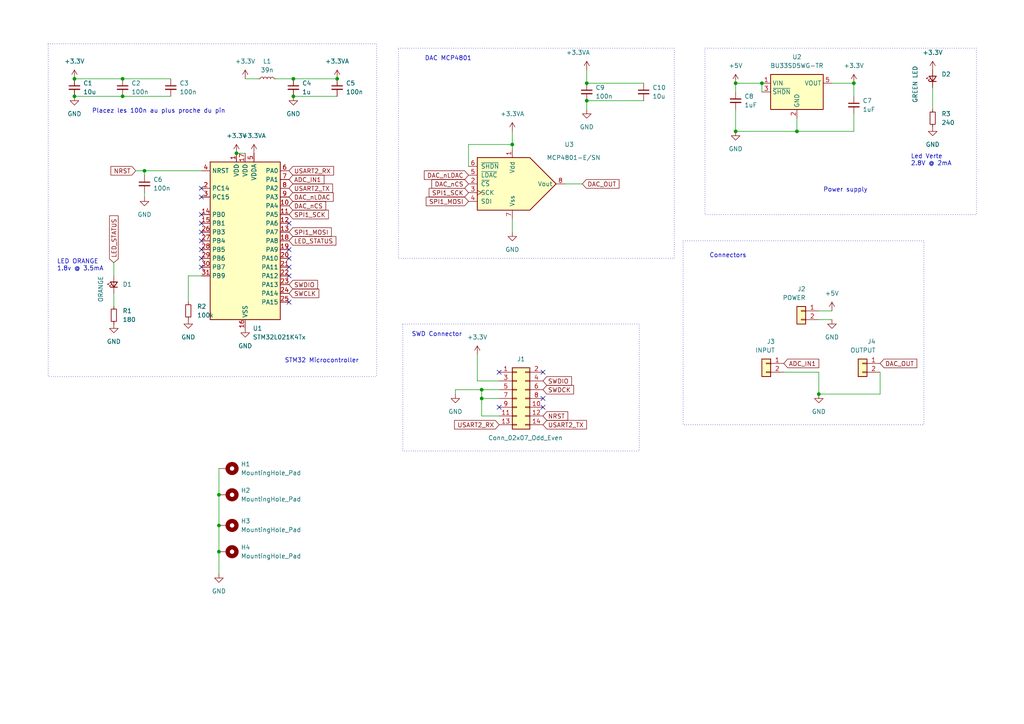
<source format=kicad_sch>
(kicad_sch (version 20230121) (generator eeschema)
  (paper "A4")
  (lib_symbols
    (symbol "Analog_DAC:MCP4801" (pin_names (offset 1.016))
      (property "Reference" "U" (at 1.27 10.795 0))
      (property "Value" "MCP4801" (at 1.27 8.89 0))
      (symbol "MCP4801_0_0"
        (polyline (pts (xy 12.7 0) (xy 5.08 7.62) (xy -10.16 7.62) (xy -10.16 -7.62) (xy 5.08 -7.62) (xy 12.7 0)) (stroke (width 0.254)) (fill (type background)))
      )
      (symbol "MCP4801_1_1"
        (pin power_in line (at 0 10.16 270) (length 2.54) (name "Vdd") (number "1"))
        (pin input line (at -12.7 0 0) (length 2.54) (name "~{CS}") (number "2"))
        (pin input clock (at -12.7 -2.54 0) (length 2.54) (name "SCK") (number "3"))
        (pin input line (at -12.7 -5.08 0) (length 2.54) (name "SDI") (number "4"))
        (pin input line (at -12.7 2.54 0) (length 2.54) (name "~{LDAC}") (number "5"))
        (pin input line (at -12.7 5.08 0) (length 2.54) (name "~{SHDN}") (number "6"))
        (pin power_in line (at 0 -10.16 90) (length 2.54) (name "Vss") (number "7"))
        (pin output line (at 15.24 0 180) (length 2.54) (name "Vout") (number "8"))
      )
    )
    (symbol "Connector_Generic:Conn_01x02" (pin_names (offset 1.016) hide)
      (property "Reference" "J" (at 0 2.54 0))
      (property "Value" "Conn_01x02" (at 0 -5.08 0))
      (symbol "Conn_01x02_1_1"
        (rectangle (start -1.27 -2.413) (end 0 -2.667) (stroke (width 0.1524)))
        (rectangle (start -1.27 0.127) (end 0 -0.127) (stroke (width 0.1524)))
        (rectangle (start -1.27 1.27) (end 1.27 -3.81) (stroke (width 0.254)) (fill (type background)))
        (pin passive line (at -5.08 0 0) (length 3.81) (name "Pin_1") (number "1"))
        (pin passive line (at -5.08 -2.54 0) (length 3.81) (name "Pin_2") (number "2"))
      )
    )
    (symbol "Connector_Generic:Conn_02x07_Odd_Even" (pin_names (offset 1.016) hide)
      (property "Reference" "J" (at 1.27 10.16 0))
      (property "Value" "Conn_02x07_Odd_Even" (at 1.27 -10.16 0))
      (symbol "Conn_02x07_Odd_Even_1_1"
        (rectangle (start -1.27 -7.493) (end 0 -7.747) (stroke (width 0.1524)))
        (rectangle (start -1.27 -4.953) (end 0 -5.207) (stroke (width 0.1524)))
        (rectangle (start -1.27 -2.413) (end 0 -2.667) (stroke (width 0.1524)))
        (rectangle (start -1.27 0.127) (end 0 -0.127) (stroke (width 0.1524)))
        (rectangle (start -1.27 2.667) (end 0 2.413) (stroke (width 0.1524)))
        (rectangle (start -1.27 5.207) (end 0 4.953) (stroke (width 0.1524)))
        (rectangle (start -1.27 7.747) (end 0 7.493) (stroke (width 0.1524)))
        (rectangle (start -1.27 8.89) (end 3.81 -8.89) (stroke (width 0.254)) (fill (type background)))
        (rectangle (start 3.81 -7.493) (end 2.54 -7.747) (stroke (width 0.1524)))
        (rectangle (start 3.81 -4.953) (end 2.54 -5.207) (stroke (width 0.1524)))
        (rectangle (start 3.81 -2.413) (end 2.54 -2.667) (stroke (width 0.1524)))
        (rectangle (start 3.81 0.127) (end 2.54 -0.127) (stroke (width 0.1524)))
        (rectangle (start 3.81 2.667) (end 2.54 2.413) (stroke (width 0.1524)))
        (rectangle (start 3.81 5.207) (end 2.54 4.953) (stroke (width 0.1524)))
        (rectangle (start 3.81 7.747) (end 2.54 7.493) (stroke (width 0.1524)))
        (pin passive line (at -5.08 7.62 0) (length 3.81) (name "Pin_1") (number "1"))
        (pin passive line (at 7.62 -2.54 180) (length 3.81) (name "Pin_10") (number "10"))
        (pin passive line (at -5.08 -5.08 0) (length 3.81) (name "Pin_11") (number "11"))
        (pin passive line (at 7.62 -5.08 180) (length 3.81) (name "Pin_12") (number "12"))
        (pin passive line (at -5.08 -7.62 0) (length 3.81) (name "Pin_13") (number "13"))
        (pin passive line (at 7.62 -7.62 180) (length 3.81) (name "Pin_14") (number "14"))
        (pin passive line (at 7.62 7.62 180) (length 3.81) (name "Pin_2") (number "2"))
        (pin passive line (at -5.08 5.08 0) (length 3.81) (name "Pin_3") (number "3"))
        (pin passive line (at 7.62 5.08 180) (length 3.81) (name "Pin_4") (number "4"))
        (pin passive line (at -5.08 2.54 0) (length 3.81) (name "Pin_5") (number "5"))
        (pin passive line (at 7.62 2.54 180) (length 3.81) (name "Pin_6") (number "6"))
        (pin passive line (at -5.08 0 0) (length 3.81) (name "Pin_7") (number "7"))
        (pin passive line (at 7.62 0 180) (length 3.81) (name "Pin_8") (number "8"))
        (pin passive line (at -5.08 -2.54 0) (length 3.81) (name "Pin_9") (number "9"))
      )
    )
    (symbol "Device:C_Small" (pin_numbers hide) (pin_names (offset 0.254) hide)
      (property "Reference" "C" (at 0.254 1.778 0))
      (property "Value" "C_Small" (at 0.254 -2.032 0))
      (symbol "C_Small_0_1"
        (polyline (pts (xy -1.524 -0.508) (xy 1.524 -0.508)) (stroke (width 0.3302)))
        (polyline (pts (xy -1.524 0.508) (xy 1.524 0.508)) (stroke (width 0.3048)))
      )
      (symbol "C_Small_1_1"
        (pin passive line (at 0 2.54 270) (length 2.032) (name "~") (number "1"))
        (pin passive line (at 0 -2.54 90) (length 2.032) (name "~") (number "2"))
      )
    )
    (symbol "Device:LED_Small" (pin_numbers hide) (pin_names (offset 0.254) hide)
      (property "Reference" "D" (at -1.27 3.175 0))
      (property "Value" "LED_Small" (at -4.445 -2.54 0))
      (symbol "LED_Small_0_1"
        (polyline (pts (xy -0.762 -1.016) (xy -0.762 1.016)) (stroke (width 0.254)))
        (polyline (pts (xy 1.016 0) (xy -0.762 0)))
        (polyline (pts (xy 0.762 -1.016) (xy -0.762 0) (xy 0.762 1.016) (xy 0.762 -1.016)) (stroke (width 0.254)))
        (polyline (pts (xy 0 0.762) (xy -0.508 1.27) (xy -0.254 1.27) (xy -0.508 1.27) (xy -0.508 1.016)))
        (polyline (pts (xy 0.508 1.27) (xy 0 1.778) (xy 0.254 1.778) (xy 0 1.778) (xy 0 1.524)))
      )
      (symbol "LED_Small_1_1"
        (pin passive line (at -2.54 0 0) (length 1.778) (name "K") (number "1"))
        (pin passive line (at 2.54 0 180) (length 1.778) (name "A") (number "2"))
      )
    )
    (symbol "Device:L_Small" (pin_numbers hide) (pin_names (offset 0.254) hide)
      (property "Reference" "L" (at 0.762 1.016 0))
      (property "Value" "L_Small" (at 0.762 -1.016 0))
      (symbol "L_Small_0_1"
        (arc (start 0 -2.032) (mid 0.5058 -1.524) (end 0 -1.016))
        (arc (start 0 -1.016) (mid 0.5058 -0.508) (end 0 0))
        (arc (start 0 0) (mid 0.5058 0.508) (end 0 1.016))
        (arc (start 0 1.016) (mid 0.5058 1.524) (end 0 2.032))
      )
      (symbol "L_Small_1_1"
        (pin passive line (at 0 2.54 270) (length 0.508) (name "~") (number "1"))
        (pin passive line (at 0 -2.54 90) (length 0.508) (name "~") (number "2"))
      )
    )
    (symbol "Device:R_Small" (pin_numbers hide) (pin_names (offset 0.254) hide)
      (property "Reference" "R" (at 0.762 0.508 0))
      (property "Value" "R_Small" (at 0.762 -1.016 0))
      (symbol "R_Small_0_1"
        (rectangle (start -0.762 1.778) (end 0.762 -1.778) (stroke (width 0.2032)))
      )
      (symbol "R_Small_1_1"
        (pin passive line (at 0 2.54 270) (length 0.762) (name "~") (number "1"))
        (pin passive line (at 0 -2.54 90) (length 0.762) (name "~") (number "2"))
      )
    )
    (symbol "MCU_ST_STM32L0:STM32L021K4Tx"
      (property "Reference" "U" (at -10.16 24.13 0))
      (property "Value" "STM32L021K4Tx" (at 5.08 24.13 0))
      (symbol "STM32L021K4Tx_0_1"
        (rectangle (start -10.16 -22.86) (end 10.16 22.86) (stroke (width 0.254)) (fill (type background)))
      )
      (symbol "STM32L021K4Tx_1_1"
        (pin power_in line (at -2.54 25.4 270) (length 2.54) (name "VDD") (number "1"))
        (pin bidirectional line (at 12.7 10.16 180) (length 2.54) (name "PA4") (number "10"))
        (pin bidirectional line (at 12.7 7.62 180) (length 2.54) (name "PA5") (number "11"))
        (pin bidirectional line (at 12.7 5.08 180) (length 2.54) (name "PA6") (number "12"))
        (pin bidirectional line (at 12.7 2.54 180) (length 2.54) (name "PA7") (number "13"))
        (pin bidirectional line (at -12.7 7.62 0) (length 2.54) (name "PB0") (number "14"))
        (pin bidirectional line (at -12.7 5.08 0) (length 2.54) (name "PB1") (number "15"))
        (pin power_in line (at 0 -25.4 90) (length 2.54) (name "VSS") (number "16"))
        (pin power_in line (at 0 25.4 270) (length 2.54) (name "VDD") (number "17"))
        (pin bidirectional line (at 12.7 0 180) (length 2.54) (name "PA8") (number "18"))
        (pin bidirectional line (at 12.7 -2.54 180) (length 2.54) (name "PA9") (number "19"))
        (pin bidirectional line (at -12.7 15.24 0) (length 2.54) (name "PC14") (number "2"))
        (pin bidirectional line (at 12.7 -5.08 180) (length 2.54) (name "PA10") (number "20"))
        (pin bidirectional line (at 12.7 -7.62 180) (length 2.54) (name "PA11") (number "21"))
        (pin bidirectional line (at 12.7 -10.16 180) (length 2.54) (name "PA12") (number "22"))
        (pin bidirectional line (at 12.7 -12.7 180) (length 2.54) (name "PA13") (number "23"))
        (pin bidirectional line (at 12.7 -15.24 180) (length 2.54) (name "PA14") (number "24"))
        (pin bidirectional line (at 12.7 -17.78 180) (length 2.54) (name "PA15") (number "25"))
        (pin bidirectional line (at -12.7 2.54 0) (length 2.54) (name "PB3") (number "26"))
        (pin bidirectional line (at -12.7 0 0) (length 2.54) (name "PB4") (number "27"))
        (pin bidirectional line (at -12.7 -2.54 0) (length 2.54) (name "PB5") (number "28"))
        (pin bidirectional line (at -12.7 -5.08 0) (length 2.54) (name "PB6") (number "29"))
        (pin bidirectional line (at -12.7 12.7 0) (length 2.54) (name "PC15") (number "3"))
        (pin bidirectional line (at -12.7 -7.62 0) (length 2.54) (name "PB7") (number "30"))
        (pin bidirectional line (at -12.7 -10.16 0) (length 2.54) (name "PB9") (number "31"))
        (pin passive line (at 0 -25.4 90) (length 2.54) hide (name "VSS") (number "32"))
        (pin input line (at -12.7 20.32 0) (length 2.54) (name "NRST") (number "4"))
        (pin power_in line (at 2.54 25.4 270) (length 2.54) (name "VDDA") (number "5"))
        (pin bidirectional line (at 12.7 20.32 180) (length 2.54) (name "PA0") (number "6"))
        (pin bidirectional line (at 12.7 17.78 180) (length 2.54) (name "PA1") (number "7"))
        (pin bidirectional line (at 12.7 15.24 180) (length 2.54) (name "PA2") (number "8"))
        (pin bidirectional line (at 12.7 12.7 180) (length 2.54) (name "PA3") (number "9"))
      )
    )
    (symbol "Mechanical:MountingHole_Pad" (pin_numbers hide) (pin_names (offset 1.016) hide)
      (property "Reference" "H" (at 0 6.35 0))
      (property "Value" "MountingHole_Pad" (at 0 4.445 0))
      (symbol "MountingHole_Pad_0_1"
        (circle (center 0 1.27) (radius 1.27) (stroke (width 1.27)))
      )
      (symbol "MountingHole_Pad_1_1"
        (pin input line (at 0 -2.54 90) (length 2.54) (name "1") (number "1"))
      )
    )
    (symbol "Regulator_Linear:MCP1802x-xx02xOT"
      (property "Reference" "U" (at -6.35 6.35 0))
      (property "Value" "MCP1802x-xx02xOT" (at 0 6.35 0))
      (symbol "MCP1802x-xx02xOT_0_1"
        (rectangle (start -7.62 5.08) (end 7.62 -5.08) (stroke (width 0.254)) (fill (type background)))
      )
      (symbol "MCP1802x-xx02xOT_1_1"
        (pin power_in line (at -10.16 2.54 0) (length 2.54) (name "VIN") (number "1"))
        (pin power_in line (at 0 -7.62 90) (length 2.54) (name "GND") (number "2"))
        (pin input line (at -10.16 0 0) (length 2.54) (name "~{SHDN}") (number "3"))
        (pin no_connect line (at 7.62 0 180) (length 2.54) hide (name "NC") (number "4"))
        (pin power_out line (at 10.16 2.54 180) (length 2.54) (name "VOUT") (number "5"))
      )
    )
    (symbol "power:+3.3V" (power) (pin_names (offset 0))
      (property "Value" "+3.3V" (at 0 3.556 0))
      (symbol "+3.3V_0_1"
        (polyline (pts (xy -0.762 1.27) (xy 0 2.54)))
        (polyline (pts (xy 0 0) (xy 0 2.54)))
        (polyline (pts (xy 0 2.54) (xy 0.762 1.27)))
      )
      (symbol "+3.3V_1_1"
        (pin power_in line (at 0 0 90) (length 0) hide (name "+3.3V") (number "1"))
      )
    )
    (symbol "power:+3.3VA" (power) (pin_names (offset 0))
      (property "Value" "+3.3VA" (at 0 3.556 0))
      (symbol "+3.3VA_0_1"
        (polyline (pts (xy -0.762 1.27) (xy 0 2.54)))
        (polyline (pts (xy 0 0) (xy 0 2.54)))
        (polyline (pts (xy 0 2.54) (xy 0.762 1.27)))
      )
      (symbol "+3.3VA_1_1"
        (pin power_in line (at 0 0 90) (length 0) hide (name "+3.3VA") (number "1"))
      )
    )
    (symbol "power:+5V" (power) (pin_names (offset 0))
      (property "Value" "+5V" (at 0 3.556 0))
      (symbol "+5V_0_1"
        (polyline (pts (xy -0.762 1.27) (xy 0 2.54)))
        (polyline (pts (xy 0 0) (xy 0 2.54)))
        (polyline (pts (xy 0 2.54) (xy 0.762 1.27)))
      )
      (symbol "+5V_1_1"
        (pin power_in line (at 0 0 90) (length 0) hide (name "+5V") (number "1"))
      )
    )
    (symbol "power:GND" (power) (pin_names (offset 0))
      (property "Value" "GND" (at 0 -3.81 0))
      (symbol "GND_0_1"
        (polyline (pts (xy 0 0) (xy 0 -1.27) (xy 1.27 -1.27) (xy 0 -2.54) (xy -1.27 -1.27) (xy 0 -1.27)))
      )
      (symbol "GND_1_1"
        (pin power_in line (at 0 0 270) (length 0) hide (name "GND") (number "1"))
      )
    )
  )
  (junction (at 85.09 27.94))
  (junction (at 21.59 27.94))
  (junction (at 63.5 143.51))
  (junction (at 237.49 114.3))
  (junction (at 35.56 27.94))
  (junction (at 35.56 22.86))
  (junction (at 97.79 22.86))
  (junction (at 213.36 24.13))
  (junction (at 85.09 22.86))
  (junction (at 68.58 44.45))
  (junction (at 213.36 38.1))
  (junction (at 63.5 152.4))
  (junction (at 139.7 115.57))
  (junction (at 41.91 49.53))
  (junction (at 148.59 41.91))
  (junction (at 247.65 24.13))
  (junction (at 170.18 29.21))
  (junction (at 139.7 113.03))
  (junction (at 63.5 160.02))
  (junction (at 220.98 24.13))
  (junction (at 170.18 24.13))
  (junction (at 231.14 38.1))
  (junction (at 21.59 22.86))
  (no_connect (at 144.78 118.11))
  (no_connect (at 58.42 72.39))
  (no_connect (at 157.48 107.95))
  (no_connect (at 83.82 74.93))
  (no_connect (at 157.48 115.57))
  (no_connect (at 83.82 64.77))
  (no_connect (at 58.42 54.61))
  (no_connect (at 83.82 87.63))
  (no_connect (at 58.42 69.85))
  (no_connect (at 58.42 74.93))
  (no_connect (at 83.82 72.39))
  (no_connect (at 58.42 67.31))
  (no_connect (at 58.42 62.23))
  (no_connect (at 58.42 77.47))
  (no_connect (at 83.82 77.47))
  (no_connect (at 157.48 118.11))
  (no_connect (at 83.82 80.01))
  (no_connect (at 58.42 57.15))
  (no_connect (at 58.42 64.77))
  (no_connect (at 144.78 107.95))
  (wire (pts (xy 41.91 49.53) (xy 58.42 49.53)))
  (wire (pts (xy 21.59 22.86) (xy 35.56 22.86)))
  (wire (pts (xy 213.36 38.1) (xy 231.14 38.1)))
  (wire (pts (xy 85.09 22.86) (xy 97.79 22.86)))
  (wire (pts (xy 35.56 22.86) (xy 49.53 22.86)))
  (wire (pts (xy 132.08 113.03) (xy 132.08 114.3)))
  (wire (pts (xy 227.33 107.95) (xy 237.49 107.95)))
  (wire (pts (xy 163.83 53.34) (xy 168.91 53.34)))
  (wire (pts (xy 255.27 114.3) (xy 237.49 114.3)))
  (wire (pts (xy 39.37 49.53) (xy 41.91 49.53)))
  (wire (pts (xy 148.59 63.5) (xy 148.59 67.31)))
  (wire (pts (xy 41.91 49.53) (xy 41.91 50.8)))
  (wire (pts (xy 33.02 85.09) (xy 33.02 88.9)))
  (wire (pts (xy 71.12 22.86) (xy 74.93 22.86)))
  (wire (pts (xy 213.36 24.13) (xy 213.36 26.67)))
  (wire (pts (xy 231.14 38.1) (xy 231.14 34.29)))
  (wire (pts (xy 54.61 80.01) (xy 54.61 87.63)))
  (wire (pts (xy 247.65 38.1) (xy 231.14 38.1)))
  (wire (pts (xy 170.18 29.21) (xy 170.18 31.75)))
  (wire (pts (xy 237.49 107.95) (xy 237.49 114.3)))
  (wire (pts (xy 63.5 160.02) (xy 63.5 166.37)))
  (wire (pts (xy 213.36 31.75) (xy 213.36 38.1)))
  (wire (pts (xy 139.7 113.03) (xy 139.7 115.57)))
  (wire (pts (xy 170.18 29.21) (xy 186.69 29.21)))
  (wire (pts (xy 68.58 44.45) (xy 71.12 44.45)))
  (wire (pts (xy 33.02 76.2) (xy 33.02 80.01)))
  (wire (pts (xy 41.91 57.15) (xy 41.91 55.88)))
  (wire (pts (xy 220.98 24.13) (xy 220.98 26.67)))
  (wire (pts (xy 247.65 33.02) (xy 247.65 38.1)))
  (wire (pts (xy 213.36 24.13) (xy 220.98 24.13)))
  (wire (pts (xy 63.5 135.89) (xy 63.5 143.51)))
  (wire (pts (xy 85.09 27.94) (xy 97.79 27.94)))
  (wire (pts (xy 135.89 41.91) (xy 148.59 41.91)))
  (wire (pts (xy 80.01 22.86) (xy 85.09 22.86)))
  (wire (pts (xy 170.18 24.13) (xy 186.69 24.13)))
  (wire (pts (xy 135.89 48.26) (xy 135.89 41.91)))
  (wire (pts (xy 58.42 80.01) (xy 54.61 80.01)))
  (wire (pts (xy 247.65 24.13) (xy 247.65 27.94)))
  (wire (pts (xy 139.7 115.57) (xy 144.78 115.57)))
  (wire (pts (xy 241.3 24.13) (xy 247.65 24.13)))
  (wire (pts (xy 170.18 20.32) (xy 170.18 24.13)))
  (wire (pts (xy 144.78 120.65) (xy 139.7 120.65)))
  (wire (pts (xy 237.49 92.71) (xy 241.3 92.71)))
  (wire (pts (xy 63.5 143.51) (xy 63.5 152.4)))
  (wire (pts (xy 139.7 113.03) (xy 132.08 113.03)))
  (wire (pts (xy 21.59 27.94) (xy 35.56 27.94)))
  (wire (pts (xy 148.59 38.1) (xy 148.59 41.91)))
  (wire (pts (xy 63.5 152.4) (xy 63.5 160.02)))
  (wire (pts (xy 139.7 120.65) (xy 139.7 115.57)))
  (wire (pts (xy 270.51 25.4) (xy 270.51 31.75)))
  (wire (pts (xy 237.49 90.17) (xy 241.3 90.17)))
  (wire (pts (xy 148.59 41.91) (xy 148.59 43.18)))
  (wire (pts (xy 144.78 113.03) (xy 139.7 113.03)))
  (wire (pts (xy 255.27 107.95) (xy 255.27 114.3)))
  (wire (pts (xy 35.56 27.94) (xy 49.53 27.94)))
  (wire (pts (xy 138.43 110.49) (xy 144.78 110.49)))
  (wire (pts (xy 138.43 102.87) (xy 138.43 110.49)))
  (rectangle (start 116.84 93.98) (end 185.42 130.81) (stroke (width 0) (type dot)))
  (rectangle (start 198.12 69.85) (end 267.97 123.19) (stroke (width 0) (type dot)))
  (rectangle (start 115.57 13.97) (end 195.58 74.93) (stroke (width 0) (type dot)))
  (rectangle (start 13.97 12.7) (end 109.22 109.22) (stroke (width 0) (type dot)))
  (rectangle (start 204.47 13.97) (end 283.21 62.23) (stroke (width 0) (type dot)))
  (text "Placez les 100n au plus proche du pin " (at 26.67 33.02 0) (effects (font (size 1.27 1.27)) (justify left bottom)))
  (text "Connectors\n" (at 205.74 74.93 0) (effects (font (size 1.27 1.27)) (justify left bottom)))
  (text "SWD Connector" (at 119.38 97.79 0) (effects (font (size 1.27 1.27)) (justify left bottom)))
  (text "LED ORANGE \n1.8v @ 3.5mA" (at 16.51 78.74 0) (effects (font (size 1.27 1.27)) (justify left bottom)))
  (text "Led Verte\n2.8V @ 2mA" (at 264.16 48.26 0) (effects (font (size 1.27 1.27)) (justify left bottom)))
  (text "DAC MCP4801" (at 123.19 17.78 0) (effects (font (size 1.27 1.27)) (justify left bottom)))
  (text "Power supply" (at 238.76 55.88 0) (effects (font (size 1.27 1.27)) (justify left bottom)))
  (text "STM32 Microcontroller" (at 82.55 105.41 0) (effects (font (size 1.27 1.27)) (justify left bottom)))
  (global_label "USART2_RX" (shape input) (at 83.82 49.53 0) (property "Intersheetrefs" "${INTERSHEET_REFS}" (effects hide)))
  (global_label "NRST" (shape input) (at 39.37 49.53 180) (property "Intersheetrefs" "${INTERSHEET_REFS}" (effects hide)))
  (global_label "NRST" (shape input) (at 157.48 120.65 0) (property "Intersheetrefs" "${INTERSHEET_REFS}" (effects hide)))
  (global_label "LED_STATUS" (shape input) (at 33.02 76.2 90) (property "Intersheetrefs" "${INTERSHEET_REFS}" (effects hide)))
  (global_label "SPI1_MOSI" (shape input) (at 83.82 67.31 0) (property "Intersheetrefs" "${INTERSHEET_REFS}" (effects hide)))
  (global_label "SPI1_SCK" (shape input) (at 83.82 62.23 0) (property "Intersheetrefs" "${INTERSHEET_REFS}" (effects hide)))
  (global_label "SWDIO" (shape input) (at 157.48 110.49 0) (property "Intersheetrefs" "${INTERSHEET_REFS}" (effects hide)))
  (global_label "DAC_OUT" (shape input) (at 168.91 53.34 0) (property "Intersheetrefs" "${INTERSHEET_REFS}" (effects hide)))
  (global_label "SWCLK" (shape input) (at 83.82 85.09 0) (property "Intersheetrefs" "${INTERSHEET_REFS}" (effects hide)))
  (global_label "SWDIO" (shape input) (at 83.82 82.55 0) (property "Intersheetrefs" "${INTERSHEET_REFS}" (effects hide)))
  (global_label "SWDCK" (shape input) (at 157.48 113.03 0) (property "Intersheetrefs" "${INTERSHEET_REFS}" (effects hide)))
  (global_label "DAC_nCS" (shape input) (at 83.82 59.69 0) (property "Intersheetrefs" "${INTERSHEET_REFS}" (effects hide)))
  (global_label "USART2_TX" (shape input) (at 157.48 123.19 0) (property "Intersheetrefs" "${INTERSHEET_REFS}" (effects hide)))
  (global_label "ADC_IN1" (shape input) (at 227.33 105.41 0) (property "Intersheetrefs" "${INTERSHEET_REFS}" (effects hide)))
  (global_label "SPI1_MOSI" (shape input) (at 135.89 58.42 180) (property "Intersheetrefs" "${INTERSHEET_REFS}" (effects hide)))
  (global_label "LED_STATUS" (shape input) (at 83.82 69.85 0) (property "Intersheetrefs" "${INTERSHEET_REFS}" (effects hide)))
  (global_label "USART2_TX" (shape input) (at 83.82 54.61 0) (property "Intersheetrefs" "${INTERSHEET_REFS}" (effects hide)))
  (global_label "USART2_RX" (shape input) (at 144.78 123.19 180) (property "Intersheetrefs" "${INTERSHEET_REFS}" (effects hide)))
  (global_label "SPI1_SCK" (shape input) (at 135.89 55.88 180) (property "Intersheetrefs" "${INTERSHEET_REFS}" (effects hide)))
  (global_label "DAC_OUT" (shape input) (at 255.27 105.41 0) (property "Intersheetrefs" "${INTERSHEET_REFS}" (effects hide)))
  (global_label "DAC_nCS" (shape input) (at 135.89 53.34 180) (property "Intersheetrefs" "${INTERSHEET_REFS}" (effects hide)))
  (global_label "DAC_nLDAC" (shape input) (at 135.89 50.8 180) (property "Intersheetrefs" "${INTERSHEET_REFS}" (effects hide)))
  (global_label "ADC_IN1" (shape input) (at 83.82 52.07 0) (property "Intersheetrefs" "${INTERSHEET_REFS}" (effects hide)))
  (global_label "DAC_nLDAC" (shape input) (at 83.82 57.15 0) (property "Intersheetrefs" "${INTERSHEET_REFS}" (effects hide)))
  (symbol (lib_id "power:GND") (at 33.02 93.98 0) (unit 1)
    (property "Reference" "#PWR010" (effects hide))
    (property "Value" "GND" (at 33.02 99.06 0))
  )
  (symbol (lib_id "Device:R_Small") (at 270.51 34.29 0) (unit 1)
    (property "Reference" "R3" (at 273.05 33.02 0) (effects (justify left)))
    (property "Value" "240" (at 273.05 35.56 0) (effects (justify left)))
    (property "Footprint" "Resistor_SMD:R_0805_2012Metric_Pad1.20x1.40mm_HandSolder" (effects hide))
  )
  (symbol (lib_id "Device:R_Small") (at 54.61 90.17 0) (unit 1)
    (property "Reference" "R2" (at 57.15 88.9 0) (effects (justify left)))
    (property "Value" "100k" (at 57.15 91.44 0) (effects (justify left)))
    (property "Footprint" "Resistor_SMD:R_0805_2012Metric_Pad1.20x1.40mm_HandSolder" (effects hide))
  )
  (symbol (lib_id "power:GND") (at 213.36 38.1 0) (unit 1)
    (property "Reference" "#PWR013" (effects hide))
    (property "Value" "GND" (at 213.36 43.18 0))
  )
  (symbol (lib_id "power:+3.3V") (at 138.43 102.87 0) (unit 1)
    (property "Reference" "#PWR025" (effects hide))
    (property "Value" "+3.3V" (at 138.43 97.79 0))
  )
  (symbol (lib_id "Device:C_Small") (at 213.36 29.21 0) (unit 1)
    (property "Reference" "C8" (at 215.9 27.9463 0) (effects (justify left)))
    (property "Value" "1uF" (at 215.9 30.4863 0) (effects (justify left)))
    (property "Footprint" "Capacitor_SMD:C_0805_2012Metric" (effects hide))
  )
  (symbol (lib_id "power:GND") (at 132.08 114.3 0) (unit 1)
    (property "Reference" "#PWR024" (effects hide))
    (property "Value" "GND" (at 132.08 119.38 0))
  )
  (symbol (lib_id "Device:LED_Small") (at 270.51 22.86 90) (unit 1)
    (property "Reference" "D2" (at 273.05 21.5265 90) (effects (justify right)))
    (property "Value" "GREEN LED" (at 265.43 19.05 0) (effects (justify right)))
    (property "Footprint" "LED_SMD:LED_0603_1608Metric_Pad1.05x0.95mm_HandSolder" (effects hide))
    (property "Datasheet" "https://www.we-online.com/components/products/datasheet/150060GS75000.pdf" (effects hide))
    (property "MPN" "150060GS75000" (effects hide))
  )
  (symbol (lib_id "Mechanical:MountingHole_Pad") (at 66.04 135.89 270) (unit 1)
    (property "Reference" "H1" (at 69.85 134.62 90) (effects (justify left)))
    (property "Value" "MountingHole_Pad" (at 69.85 137.16 90) (effects (justify left)))
    (property "Footprint" "MountingHole:MountingHole_3.2mm_M3_Pad" (effects hide))
  )
  (symbol (lib_id "power:+5V") (at 241.3 90.17 0) (unit 1)
    (property "Reference" "#PWR021" (effects hide))
    (property "Value" "+5V" (at 241.3 85.09 0))
  )
  (symbol (lib_id "Device:C_Small") (at 49.53 25.4 0) (unit 1)
    (property "Reference" "C3" (at 52.07 24.1363 0) (effects (justify left)))
    (property "Value" "100n" (at 52.07 26.6763 0) (effects (justify left)))
    (property "Footprint" "Capacitor_SMD:C_0805_2012Metric_Pad1.18x1.45mm_HandSolder" (effects hide))
  )
  (symbol (lib_id "power:GND") (at 41.91 57.15 0) (unit 1)
    (property "Reference" "#PWR09" (effects hide))
    (property "Value" "GND" (at 41.91 62.23 0))
  )
  (symbol (lib_id "power:+3.3V") (at 68.58 44.45 0) (unit 1)
    (property "Reference" "#PWR02" (effects hide))
    (property "Value" "+3.3V" (at 68.58 39.37 0))
  )
  (symbol (lib_id "power:+3.3V") (at 21.59 22.86 0) (unit 1)
    (property "Reference" "#PWR05" (effects hide))
    (property "Value" "+3.3V" (at 21.59 17.78 0))
  )
  (symbol (lib_id "power:GND") (at 237.49 114.3 0) (unit 1)
    (property "Reference" "#PWR023" (effects hide))
    (property "Value" "GND" (at 237.49 119.38 0))
  )
  (symbol (lib_id "Regulator_Linear:MCP1802x-xx02xOT") (at 231.14 26.67 0) (unit 1)
    (property "Reference" "U2" (at 231.14 16.51 0))
    (property "Value" "BU33SD5WG-TR" (at 231.14 19.05 0))
    (property "Footprint" "Package_TO_SOT_SMD:SOT-23-5" (effects hide))
    (property "Datasheet" "https://fscdn.rohm.com/en/products/databook/datasheet/ic/power/linear_regulator/buxxsd5wg-e.pdf" (effects hide))
    (property "MPN" "BU33SD5WG-TR" (effects hide))
  )
  (symbol (lib_id "power:GND") (at 21.59 27.94 0) (unit 1)
    (property "Reference" "#PWR04" (effects hide))
    (property "Value" "GND" (at 21.59 33.02 0))
  )
  (symbol (lib_id "Device:LED_Small") (at 33.02 82.55 90) (unit 1)
    (property "Reference" "D1" (at 35.56 82.4865 90) (effects (justify right)))
    (property "Value" "ORANGE" (at 29.21 80.01 0) (effects (justify right)))
    (property "Footprint" "LED_SMD:LED_0603_1608Metric_Pad1.05x0.95mm_HandSolder" (effects hide))
  )
  (symbol (lib_id "power:+5V") (at 213.36 24.13 0) (unit 1)
    (property "Reference" "#PWR012" (effects hide))
    (property "Value" "+5V" (at 213.36 19.05 0))
  )
  (symbol (lib_id "Connector_Generic:Conn_01x02") (at 250.19 105.41 0) (mirror y) (unit 1)
    (property "Reference" "J4" (at 254 99.06 0) (effects (justify left)))
    (property "Value" "OUTPUT" (at 254 101.6 0) (effects (justify left)))
    (property "Footprint" "Connector_JST:JST_XH_B2B-XH-A_1x02_P2.50mm_Vertical" (effects hide))
  )
  (symbol (lib_id "power:+3.3VA") (at 97.79 22.86 0) (unit 1)
    (property "Reference" "#PWR08" (effects hide))
    (property "Value" "+3.3VA" (at 97.79 17.78 0))
  )
  (symbol (lib_id "power:GND") (at 71.12 95.25 0) (unit 1)
    (property "Reference" "#PWR01" (effects hide))
    (property "Value" "GND" (at 71.12 100.33 0))
  )
  (symbol (lib_id "Device:C_Small") (at 21.59 25.4 0) (unit 1)
    (property "Reference" "C1" (at 24.13 24.1363 0) (effects (justify left)))
    (property "Value" "10u" (at 24.13 26.6763 0) (effects (justify left)))
    (property "Footprint" "Capacitor_SMD:C_0805_2012Metric_Pad1.18x1.45mm_HandSolder" (effects hide))
  )
  (symbol (lib_id "power:+3.3V") (at 270.51 20.32 0) (unit 1)
    (property "Reference" "#PWR015" (effects hide))
    (property "Value" "+3.3V" (at 270.51 15.24 0))
  )
  (symbol (lib_id "power:GND") (at 85.09 27.94 0) (unit 1)
    (property "Reference" "#PWR07" (effects hide))
    (property "Value" "GND" (at 85.09 33.02 0))
  )
  (symbol (lib_id "power:+3.3V") (at 71.12 22.86 0) (unit 1)
    (property "Reference" "#PWR06" (effects hide))
    (property "Value" "+3.3V" (at 71.12 17.78 0))
  )
  (symbol (lib_id "Device:R_Small") (at 33.02 91.44 0) (unit 1)
    (property "Reference" "R1" (at 35.56 90.17 0) (effects (justify left)))
    (property "Value" "180" (at 35.56 92.71 0) (effects (justify left)))
    (property "Footprint" "Resistor_SMD:R_0805_2012Metric_Pad1.20x1.40mm_HandSolder" (effects hide))
  )
  (symbol (lib_id "Device:L_Small") (at 77.47 22.86 90) (unit 1)
    (property "Reference" "L1" (at 77.47 17.78 90))
    (property "Value" "39n" (at 77.47 20.32 90))
    (property "Footprint" "Inductor_SMD:L_0805_2012Metric_Pad1.05x1.20mm_HandSolder" (effects hide))
  )
  (symbol (lib_id "Mechanical:MountingHole_Pad") (at 66.04 152.4 270) (unit 1)
    (property "Reference" "H3" (at 69.85 151.13 90) (effects (justify left)))
    (property "Value" "MountingHole_Pad" (at 69.85 153.67 90) (effects (justify left)))
    (property "Footprint" "MountingHole:MountingHole_3.2mm_M3_Pad" (effects hide))
  )
  (symbol (lib_id "Device:C_Small") (at 35.56 25.4 0) (unit 1)
    (property "Reference" "C2" (at 38.1 24.1363 0) (effects (justify left)))
    (property "Value" "100n" (at 38.1 26.6763 0) (effects (justify left)))
    (property "Footprint" "Capacitor_SMD:C_0805_2012Metric_Pad1.18x1.45mm_HandSolder" (effects hide))
  )
  (symbol (lib_id "power:+3.3VA") (at 73.66 44.45 0) (unit 1)
    (property "Reference" "#PWR03" (effects hide))
    (property "Value" "+3.3VA" (at 73.66 39.37 0))
  )
  (symbol (lib_id "Device:C_Small") (at 41.91 53.34 0) (unit 1)
    (property "Reference" "C6" (at 44.45 52.0763 0) (effects (justify left)))
    (property "Value" "100n" (at 44.45 54.6163 0) (effects (justify left)))
    (property "Footprint" "Capacitor_SMD:C_0805_2012Metric_Pad1.18x1.45mm_HandSolder" (effects hide))
  )
  (symbol (lib_id "Connector_Generic:Conn_02x07_Odd_Even") (at 149.86 115.57 0) (unit 1)
    (property "Reference" "J1" (at 151.13 104.14 0))
    (property "Value" "Conn_02x07_Odd_Even" (at 152.4 127 0))
    (property "Footprint" "Connector_PinHeader_1.27mm:PinHeader_2x07_P1.27mm_Vertical_SMD" (effects hide))
  )
  (symbol (lib_id "power:+3.3V") (at 247.65 24.13 0) (unit 1)
    (property "Reference" "#PWR014" (effects hide))
    (property "Value" "+3.3V" (at 247.65 19.05 0))
  )
  (symbol (lib_id "Mechanical:MountingHole_Pad") (at 66.04 143.51 270) (unit 1)
    (property "Reference" "H2" (at 69.85 142.24 90) (effects (justify left)))
    (property "Value" "MountingHole_Pad" (at 69.85 144.78 90) (effects (justify left)))
    (property "Footprint" "MountingHole:MountingHole_3.2mm_M3_Pad" (effects hide))
  )
  (symbol (lib_id "Device:C_Small") (at 247.65 30.48 0) (unit 1)
    (property "Reference" "C7" (at 250.19 29.2163 0) (effects (justify left)))
    (property "Value" "1uF" (at 250.19 31.7563 0) (effects (justify left)))
    (property "Footprint" "Capacitor_SMD:C_0805_2012Metric" (effects hide))
  )
  (symbol (lib_id "Device:C_Small") (at 170.18 26.67 0) (unit 1)
    (property "Reference" "C9" (at 172.72 25.4063 0) (effects (justify left)))
    (property "Value" "100n" (at 172.72 27.9463 0) (effects (justify left)))
    (property "Footprint" "Capacitor_SMD:C_0805_2012Metric_Pad1.18x1.45mm_HandSolder" (effects hide))
  )
  (symbol (lib_id "power:GND") (at 54.61 92.71 0) (unit 1)
    (property "Reference" "#PWR011" (effects hide))
    (property "Value" "GND" (at 54.61 97.79 0))
  )
  (symbol (lib_id "power:+3.3VA") (at 170.18 20.32 0) (unit 1)
    (property "Reference" "#PWR019" (effects hide))
    (property "Value" "+3.3VA" (at 167.64 15.24 0))
  )
  (symbol (lib_id "power:GND") (at 148.59 67.31 0) (unit 1)
    (property "Reference" "#PWR018" (effects hide))
    (property "Value" "GND" (at 148.59 72.39 0))
  )
  (symbol (lib_id "Analog_DAC:MCP4801") (at 148.59 53.34 0) (unit 1)
    (property "Reference" "U3" (at 165.1 41.91 0))
    (property "Value" "MCP4801-E/SN" (at 166.37 45.72 0))
    (property "Footprint" "Package_SO:SOIC-8_3.9x4.9mm_P1.27mm" (effects hide))
    (property "Datasheet" "http://ww1.microchip.com/downloads/en/DeviceDoc/22244B.pdf" (effects hide))
    (property "MPN" "MCP4801-E/SN" (effects hide))
  )
  (symbol (lib_id "Connector_Generic:Conn_01x02") (at 222.25 105.41 0) (mirror y) (unit 1)
    (property "Reference" "J3" (at 224.79 99.06 0) (effects (justify left)))
    (property "Value" "INPUT" (at 224.79 101.6 0) (effects (justify left)))
    (property "Footprint" "Connector_JST:JST_XH_B2B-XH-A_1x02_P2.50mm_Vertical" (effects hide))
  )
  (symbol (lib_id "power:GND") (at 270.51 36.83 0) (unit 1)
    (property "Reference" "#PWR016" (effects hide))
    (property "Value" "GND" (at 270.51 41.91 0))
  )
  (symbol (lib_id "power:GND") (at 170.18 31.75 0) (unit 1)
    (property "Reference" "#PWR020" (effects hide))
    (property "Value" "GND" (at 170.18 36.83 0))
  )
  (symbol (lib_id "Device:C_Small") (at 85.09 25.4 0) (unit 1)
    (property "Reference" "C4" (at 87.63 24.1363 0) (effects (justify left)))
    (property "Value" "1u" (at 87.63 26.6763 0) (effects (justify left)))
    (property "Footprint" "Capacitor_SMD:C_0805_2012Metric_Pad1.18x1.45mm_HandSolder" (effects hide))
  )
  (symbol (lib_id "MCU_ST_STM32L0:STM32L021K4Tx") (at 71.12 69.85 0) (unit 1)
    (property "Reference" "U1" (at 73.3141 95.25 0) (effects (justify left)))
    (property "Value" "STM32L021K4Tx" (at 73.3141 97.79 0) (effects (justify left)))
    (property "Footprint" "Package_QFP:LQFP-32_7x7mm_P0.8mm" (effects hide))
    (property "Datasheet" "https://www.st.com/resource/en/datasheet/stm32l021k4.pdf" (effects hide))
  )
  (symbol (lib_id "Device:C_Small") (at 186.69 26.67 0) (unit 1)
    (property "Reference" "C10" (at 189.23 25.4063 0) (effects (justify left)))
    (property "Value" "10u" (at 189.23 27.9463 0) (effects (justify left)))
    (property "Footprint" "Capacitor_SMD:C_0805_2012Metric" (effects hide))
  )
  (symbol (lib_id "power:+3.3VA") (at 148.59 38.1 0) (unit 1)
    (property "Reference" "#PWR017" (effects hide))
    (property "Value" "+3.3VA" (at 148.59 33.02 0))
  )
  (symbol (lib_id "power:GND") (at 241.3 92.71 0) (unit 1)
    (property "Reference" "#PWR022" (effects hide))
    (property "Value" "GND" (at 241.3 97.79 0))
  )
  (symbol (lib_id "Mechanical:MountingHole_Pad") (at 66.04 160.02 270) (unit 1)
    (property "Reference" "H4" (at 69.85 158.75 90) (effects (justify left)))
    (property "Value" "MountingHole_Pad" (at 69.85 161.29 90) (effects (justify left)))
    (property "Footprint" "MountingHole:MountingHole_3.2mm_M3_Pad" (effects hide))
  )
  (symbol (lib_id "Device:C_Small") (at 97.79 25.4 0) (unit 1)
    (property "Reference" "C5" (at 100.33 24.1363 0) (effects (justify left)))
    (property "Value" "100n" (at 100.33 26.6763 0) (effects (justify left)))
    (property "Footprint" "Capacitor_SMD:C_0805_2012Metric_Pad1.18x1.45mm_HandSolder" (effects hide))
  )
  (symbol (lib_id "Connector_Generic:Conn_01x02") (at 232.41 90.17 0) (mirror y) (unit 1)
    (property "Reference" "J2" (at 233.68 83.82 0) (effects (justify left)))
    (property "Value" "POWER" (at 233.68 86.36 0) (effects (justify left)))
    (property "Footprint" "Connector_JST:JST_XH_B2B-XH-A_1x02_P2.50mm_Vertical" (effects hide))
  )
  (symbol (lib_id "power:GND") (at 63.5 166.37 0) (unit 1)
    (property "Reference" "#PWR026" (effects hide))
    (property "Value" "GND" (at 63.5 171.45 0))
  )
)
</source>
